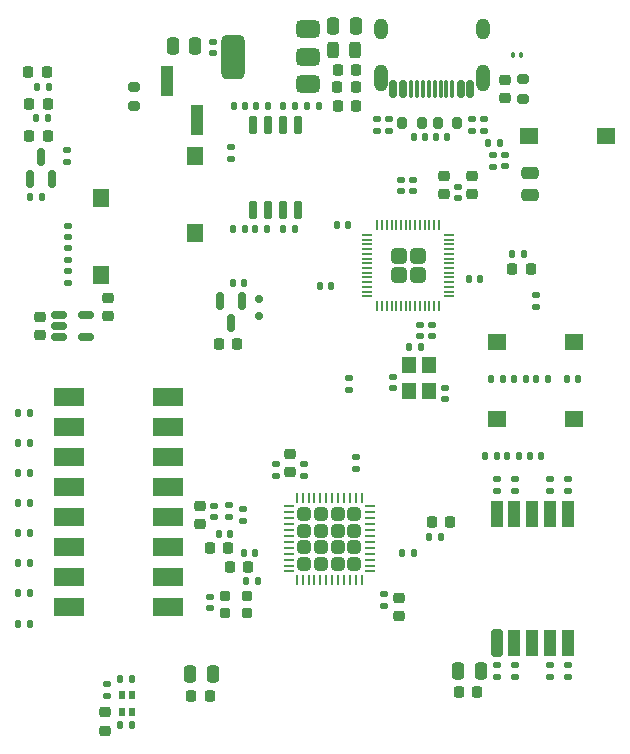
<source format=gbr>
%TF.GenerationSoftware,KiCad,Pcbnew,8.0.8-8.0.8-0~ubuntu24.04.1*%
%TF.CreationDate,2025-02-21T17:42:53-05:00*%
%TF.ProjectId,ChipigniteExplain,43686970-6967-46e6-9974-654578706c61,1.1*%
%TF.SameCoordinates,Original*%
%TF.FileFunction,Paste,Top*%
%TF.FilePolarity,Positive*%
%FSLAX46Y46*%
G04 Gerber Fmt 4.6, Leading zero omitted, Abs format (unit mm)*
G04 Created by KiCad (PCBNEW 8.0.8-8.0.8-0~ubuntu24.04.1) date 2025-02-21 17:42:53*
%MOMM*%
%LPD*%
G01*
G04 APERTURE LIST*
G04 Aperture macros list*
%AMRoundRect*
0 Rectangle with rounded corners*
0 $1 Rounding radius*
0 $2 $3 $4 $5 $6 $7 $8 $9 X,Y pos of 4 corners*
0 Add a 4 corners polygon primitive as box body*
4,1,4,$2,$3,$4,$5,$6,$7,$8,$9,$2,$3,0*
0 Add four circle primitives for the rounded corners*
1,1,$1+$1,$2,$3*
1,1,$1+$1,$4,$5*
1,1,$1+$1,$6,$7*
1,1,$1+$1,$8,$9*
0 Add four rect primitives between the rounded corners*
20,1,$1+$1,$2,$3,$4,$5,0*
20,1,$1+$1,$4,$5,$6,$7,0*
20,1,$1+$1,$6,$7,$8,$9,0*
20,1,$1+$1,$8,$9,$2,$3,0*%
G04 Aperture macros list end*
%ADD10RoundRect,0.135000X0.135000X0.185000X-0.135000X0.185000X-0.135000X-0.185000X0.135000X-0.185000X0*%
%ADD11RoundRect,0.375000X0.625000X0.375000X-0.625000X0.375000X-0.625000X-0.375000X0.625000X-0.375000X0*%
%ADD12RoundRect,0.500000X0.500000X1.400000X-0.500000X1.400000X-0.500000X-1.400000X0.500000X-1.400000X0*%
%ADD13RoundRect,0.135000X-0.185000X0.135000X-0.185000X-0.135000X0.185000X-0.135000X0.185000X0.135000X0*%
%ADD14RoundRect,0.140000X0.170000X-0.140000X0.170000X0.140000X-0.170000X0.140000X-0.170000X-0.140000X0*%
%ADD15RoundRect,0.135000X-0.135000X-0.185000X0.135000X-0.185000X0.135000X0.185000X-0.135000X0.185000X0*%
%ADD16RoundRect,0.135000X0.185000X-0.135000X0.185000X0.135000X-0.185000X0.135000X-0.185000X-0.135000X0*%
%ADD17R,1.400000X1.500000*%
%ADD18RoundRect,0.250000X-0.250000X-0.475000X0.250000X-0.475000X0.250000X0.475000X-0.250000X0.475000X0*%
%ADD19RoundRect,0.150000X-0.150000X0.587500X-0.150000X-0.587500X0.150000X-0.587500X0.150000X0.587500X0*%
%ADD20RoundRect,0.225000X0.225000X0.250000X-0.225000X0.250000X-0.225000X-0.250000X0.225000X-0.250000X0*%
%ADD21RoundRect,0.140000X-0.140000X-0.170000X0.140000X-0.170000X0.140000X0.170000X-0.140000X0.170000X0*%
%ADD22R,1.500000X1.400000*%
%ADD23RoundRect,0.225000X-0.225000X-0.250000X0.225000X-0.250000X0.225000X0.250000X-0.225000X0.250000X0*%
%ADD24RoundRect,0.150000X0.150000X-0.650000X0.150000X0.650000X-0.150000X0.650000X-0.150000X-0.650000X0*%
%ADD25RoundRect,0.150000X-0.200000X0.150000X-0.200000X-0.150000X0.200000X-0.150000X0.200000X0.150000X0*%
%ADD26RoundRect,0.140000X0.140000X0.170000X-0.140000X0.170000X-0.140000X-0.170000X0.140000X-0.170000X0*%
%ADD27R,0.550000X0.800000*%
%ADD28R,1.200000X1.400000*%
%ADD29RoundRect,0.249999X-0.395001X-0.395001X0.395001X-0.395001X0.395001X0.395001X-0.395001X0.395001X0*%
%ADD30RoundRect,0.050000X-0.387500X-0.050000X0.387500X-0.050000X0.387500X0.050000X-0.387500X0.050000X0*%
%ADD31RoundRect,0.050000X-0.050000X-0.387500X0.050000X-0.387500X0.050000X0.387500X-0.050000X0.387500X0*%
%ADD32RoundRect,0.225000X-0.250000X0.225000X-0.250000X-0.225000X0.250000X-0.225000X0.250000X0.225000X0*%
%ADD33RoundRect,0.150000X0.150000X-0.587500X0.150000X0.587500X-0.150000X0.587500X-0.150000X-0.587500X0*%
%ADD34RoundRect,0.225000X0.250000X-0.225000X0.250000X0.225000X-0.250000X0.225000X-0.250000X-0.225000X0*%
%ADD35RoundRect,0.200000X-0.275000X0.200000X-0.275000X-0.200000X0.275000X-0.200000X0.275000X0.200000X0*%
%ADD36RoundRect,0.150000X-0.512500X-0.150000X0.512500X-0.150000X0.512500X0.150000X-0.512500X0.150000X0*%
%ADD37RoundRect,0.218750X-0.218750X-0.256250X0.218750X-0.256250X0.218750X0.256250X-0.218750X0.256250X0*%
%ADD38RoundRect,0.200000X0.275000X-0.200000X0.275000X0.200000X-0.275000X0.200000X-0.275000X-0.200000X0*%
%ADD39RoundRect,0.140000X-0.170000X0.140000X-0.170000X-0.140000X0.170000X-0.140000X0.170000X0.140000X0*%
%ADD40RoundRect,0.200000X0.200000X0.275000X-0.200000X0.275000X-0.200000X-0.275000X0.200000X-0.275000X0*%
%ADD41RoundRect,0.150000X0.150000X0.575000X-0.150000X0.575000X-0.150000X-0.575000X0.150000X-0.575000X0*%
%ADD42RoundRect,0.075000X0.075000X0.650000X-0.075000X0.650000X-0.075000X-0.650000X0.075000X-0.650000X0*%
%ADD43O,1.200000X2.300000*%
%ADD44O,1.200000X1.800000*%
%ADD45RoundRect,0.243750X0.243750X0.456250X-0.243750X0.456250X-0.243750X-0.456250X0.243750X-0.456250X0*%
%ADD46RoundRect,0.218750X0.218750X0.256250X-0.218750X0.256250X-0.218750X-0.256250X0.218750X-0.256250X0*%
%ADD47RoundRect,0.250000X-0.475000X0.250000X-0.475000X-0.250000X0.475000X-0.250000X0.475000X0.250000X0*%
%ADD48RoundRect,0.200000X0.300000X-0.950000X0.300000X0.950000X-0.300000X0.950000X-0.300000X-0.950000X0*%
%ADD49R,1.000000X2.300000*%
%ADD50RoundRect,0.200000X-0.200000X-0.275000X0.200000X-0.275000X0.200000X0.275000X-0.200000X0.275000X0*%
%ADD51R,2.600000X1.550000*%
%ADD52RoundRect,0.200000X0.250000X-0.200000X0.250000X0.200000X-0.250000X0.200000X-0.250000X-0.200000X0*%
%ADD53RoundRect,0.075000X-0.075000X-0.175000X0.075000X-0.175000X0.075000X0.175000X-0.075000X0.175000X0*%
%ADD54RoundRect,0.250000X0.315000X0.315000X-0.315000X0.315000X-0.315000X-0.315000X0.315000X-0.315000X0*%
%ADD55RoundRect,0.062500X0.375000X0.062500X-0.375000X0.062500X-0.375000X-0.062500X0.375000X-0.062500X0*%
%ADD56RoundRect,0.062500X0.062500X0.375000X-0.062500X0.375000X-0.062500X-0.375000X0.062500X-0.375000X0*%
%ADD57R,1.000000X2.510000*%
G04 APERTURE END LIST*
D10*
%TO.C,R23*%
X92720000Y-60600000D03*
X91700000Y-60600000D03*
%TD*%
D11*
%TO.C,U1*%
X76700000Y-29100000D03*
X76700000Y-26800000D03*
D12*
X70400000Y-26800000D03*
D11*
X76700000Y-24500000D03*
%TD*%
D13*
%TO.C,R43*%
X98712157Y-62527843D03*
X98712157Y-63547843D03*
%TD*%
D14*
%TO.C,C11*%
X93400000Y-36080000D03*
X93400000Y-35120000D03*
%TD*%
D10*
%TO.C,R26*%
X61810000Y-79500000D03*
X60790000Y-79500000D03*
%TD*%
D15*
%TO.C,R36*%
X52190000Y-62085714D03*
X53210000Y-62085714D03*
%TD*%
D16*
%TO.C,R19*%
X80200000Y-55010000D03*
X80200000Y-53990000D03*
%TD*%
D17*
%TO.C,SW2*%
X67200000Y-35250000D03*
X67200000Y-41750000D03*
%TD*%
D18*
%TO.C,C3*%
X78850000Y-24200000D03*
X80750000Y-24200000D03*
%TD*%
D19*
%TO.C,D5*%
X71150000Y-47462500D03*
X69250000Y-47462500D03*
X70200000Y-49337500D03*
%TD*%
D10*
%TO.C,R22*%
X93260000Y-54100000D03*
X92240000Y-54100000D03*
%TD*%
D20*
%TO.C,C26*%
X70750000Y-51137500D03*
X69200000Y-51137500D03*
%TD*%
D21*
%TO.C,C8*%
X87570000Y-33640000D03*
X88530000Y-33640000D03*
%TD*%
D22*
%TO.C,SW3*%
X92750000Y-51000000D03*
X99250000Y-51000000D03*
%TD*%
D17*
%TO.C,SW5*%
X59200000Y-38750000D03*
X59200000Y-45250000D03*
%TD*%
D23*
%TO.C,C52*%
X89525000Y-80600000D03*
X91075000Y-80600000D03*
%TD*%
D24*
%TO.C,U5*%
X72045000Y-39800000D03*
X73315000Y-39800000D03*
X74585000Y-39800000D03*
X75855000Y-39800000D03*
X75855000Y-32600000D03*
X74585000Y-32600000D03*
X73315000Y-32600000D03*
X72045000Y-32600000D03*
%TD*%
D18*
%TO.C,C49*%
X89450000Y-78800000D03*
X91350000Y-78800000D03*
%TD*%
D10*
%TO.C,R27*%
X61810000Y-83350000D03*
X60790000Y-83350000D03*
%TD*%
D15*
%TO.C,R40*%
X52190000Y-72257142D03*
X53210000Y-72257142D03*
%TD*%
%TO.C,R14*%
X72240000Y-41400000D03*
X73260000Y-41400000D03*
%TD*%
D25*
%TO.C,D4*%
X72600000Y-48737500D03*
X72600000Y-47337500D03*
%TD*%
D16*
%TO.C,R44*%
X97212157Y-79357843D03*
X97212157Y-78337843D03*
%TD*%
D26*
%TO.C,C38*%
X70160000Y-67200000D03*
X69200000Y-67200000D03*
%TD*%
D14*
%TO.C,C21*%
X84600000Y-38180000D03*
X84600000Y-37220000D03*
%TD*%
D27*
%TO.C,D7*%
X60950000Y-80850000D03*
X61850000Y-80850000D03*
X61850000Y-82250000D03*
X60950000Y-82250000D03*
%TD*%
D28*
%TO.C,Y1*%
X85250000Y-52900000D03*
X85250000Y-55100000D03*
X86950000Y-55100000D03*
X86950000Y-52900000D03*
%TD*%
D16*
%TO.C,R29*%
X56400000Y-44010000D03*
X56400000Y-42990000D03*
%TD*%
D29*
%TO.C,U4*%
X84400000Y-43700000D03*
X84400000Y-45300000D03*
X86000000Y-43700000D03*
X86000000Y-45300000D03*
D30*
X81762500Y-41900000D03*
X81762500Y-42300000D03*
X81762500Y-42700000D03*
X81762500Y-43100000D03*
X81762500Y-43500000D03*
X81762500Y-43900000D03*
X81762500Y-44300000D03*
X81762500Y-44700000D03*
X81762500Y-45100000D03*
X81762500Y-45500000D03*
X81762500Y-45900000D03*
X81762500Y-46300000D03*
X81762500Y-46700000D03*
X81762500Y-47100000D03*
D31*
X82600000Y-47937500D03*
X83000000Y-47937500D03*
X83400000Y-47937500D03*
X83800000Y-47937500D03*
X84200000Y-47937500D03*
X84600000Y-47937500D03*
X85000000Y-47937500D03*
X85400000Y-47937500D03*
X85800000Y-47937500D03*
X86200000Y-47937500D03*
X86600000Y-47937500D03*
X87000000Y-47937500D03*
X87400000Y-47937500D03*
X87800000Y-47937500D03*
D30*
X88637500Y-47100000D03*
X88637500Y-46700000D03*
X88637500Y-46300000D03*
X88637500Y-45900000D03*
X88637500Y-45500000D03*
X88637500Y-45100000D03*
X88637500Y-44700000D03*
X88637500Y-44300000D03*
X88637500Y-43900000D03*
X88637500Y-43500000D03*
X88637500Y-43100000D03*
X88637500Y-42700000D03*
X88637500Y-42300000D03*
X88637500Y-41900000D03*
D31*
X87800000Y-41062500D03*
X87400000Y-41062500D03*
X87000000Y-41062500D03*
X86600000Y-41062500D03*
X86200000Y-41062500D03*
X85800000Y-41062500D03*
X85400000Y-41062500D03*
X85000000Y-41062500D03*
X84600000Y-41062500D03*
X84200000Y-41062500D03*
X83800000Y-41062500D03*
X83400000Y-41062500D03*
X83000000Y-41062500D03*
X82600000Y-41062500D03*
%TD*%
D15*
%TO.C,R37*%
X52190000Y-64628571D03*
X53210000Y-64628571D03*
%TD*%
D13*
%TO.C,R48*%
X92712157Y-62527843D03*
X92712157Y-63547843D03*
%TD*%
D22*
%TO.C,SW1*%
X95450000Y-33500000D03*
X101950000Y-33500000D03*
%TD*%
D32*
%TO.C,C35*%
X67600000Y-64825000D03*
X67600000Y-66375000D03*
%TD*%
D15*
%TO.C,R35*%
X52190000Y-59542857D03*
X53210000Y-59542857D03*
%TD*%
%TO.C,R41*%
X52190000Y-74800000D03*
X53210000Y-74800000D03*
%TD*%
D14*
%TO.C,C47*%
X56400000Y-42080000D03*
X56400000Y-41120000D03*
%TD*%
D33*
%TO.C,Q1*%
X53160000Y-37137500D03*
X55060000Y-37137500D03*
X54110000Y-35262500D03*
%TD*%
D13*
%TO.C,R4*%
X92400000Y-35090000D03*
X92400000Y-36110000D03*
%TD*%
D23*
%TO.C,C51*%
X66850000Y-80900000D03*
X68400000Y-80900000D03*
%TD*%
D14*
%TO.C,C29*%
X76400000Y-62280000D03*
X76400000Y-61320000D03*
%TD*%
D13*
%TO.C,R42*%
X97212157Y-62527843D03*
X97212157Y-63547843D03*
%TD*%
D34*
%TO.C,C13*%
X90650000Y-38475000D03*
X90650000Y-36925000D03*
%TD*%
D15*
%TO.C,R24*%
X71490000Y-71200000D03*
X72510000Y-71200000D03*
%TD*%
D20*
%TO.C,C39*%
X69975000Y-68400000D03*
X68425000Y-68400000D03*
%TD*%
D35*
%TO.C,R50*%
X62000000Y-29375000D03*
X62000000Y-31025000D03*
%TD*%
D15*
%TO.C,R21*%
X93600000Y-60600000D03*
X94620000Y-60600000D03*
%TD*%
D34*
%TO.C,C30*%
X75200000Y-61975000D03*
X75200000Y-60425000D03*
%TD*%
D36*
%TO.C,U6*%
X55662500Y-48650000D03*
X55662500Y-49600000D03*
X55662500Y-50550000D03*
X57937500Y-50550000D03*
X57937500Y-48650000D03*
%TD*%
D37*
%TO.C,D3*%
X94012500Y-44800000D03*
X95587500Y-44800000D03*
%TD*%
D15*
%TO.C,R20*%
X94140000Y-54100000D03*
X95160000Y-54100000D03*
%TD*%
D26*
%TO.C,C22*%
X80130000Y-41100000D03*
X79170000Y-41100000D03*
%TD*%
D38*
%TO.C,R3*%
X94890000Y-30365000D03*
X94890000Y-28715000D03*
%TD*%
D21*
%TO.C,C45*%
X95520000Y-60600000D03*
X96480000Y-60600000D03*
%TD*%
D16*
%TO.C,R49*%
X98712157Y-79357843D03*
X98712157Y-78337843D03*
%TD*%
D15*
%TO.C,R38*%
X52190000Y-67171428D03*
X53210000Y-67171428D03*
%TD*%
D37*
%TO.C,D9*%
X53022500Y-28100000D03*
X54597500Y-28100000D03*
%TD*%
D13*
%TO.C,R18*%
X80800000Y-60690000D03*
X80800000Y-61710000D03*
%TD*%
%TO.C,R2*%
X82550000Y-32090000D03*
X82550000Y-33110000D03*
%TD*%
D15*
%TO.C,R34*%
X52190000Y-57000000D03*
X53210000Y-57000000D03*
%TD*%
D16*
%TO.C,R46*%
X92712157Y-79357843D03*
X92712157Y-78337843D03*
%TD*%
%TO.C,R33*%
X56310000Y-35710000D03*
X56310000Y-34690000D03*
%TD*%
D13*
%TO.C,R1*%
X90650000Y-32090000D03*
X90650000Y-33110000D03*
%TD*%
D39*
%TO.C,C14*%
X83900000Y-53920000D03*
X83900000Y-54880000D03*
%TD*%
D40*
%TO.C,D1*%
X89375000Y-32440000D03*
X87725000Y-32440000D03*
%TD*%
D13*
%TO.C,R47*%
X94212157Y-62527843D03*
X94212157Y-63547843D03*
%TD*%
D39*
%TO.C,C19*%
X86200000Y-49520000D03*
X86200000Y-50480000D03*
%TD*%
D32*
%TO.C,C32*%
X84400000Y-72625000D03*
X84400000Y-74175000D03*
%TD*%
D10*
%TO.C,R32*%
X54220000Y-38662500D03*
X53200000Y-38662500D03*
%TD*%
D39*
%TO.C,C15*%
X88300000Y-54820000D03*
X88300000Y-55780000D03*
%TD*%
D34*
%TO.C,C34*%
X59800000Y-48775000D03*
X59800000Y-47225000D03*
%TD*%
D32*
%TO.C,C46*%
X59550000Y-82325000D03*
X59550000Y-83875000D03*
%TD*%
D14*
%TO.C,C5*%
X68650000Y-26500000D03*
X68650000Y-25540000D03*
%TD*%
D16*
%TO.C,R9*%
X96000000Y-48010000D03*
X96000000Y-46990000D03*
%TD*%
D15*
%TO.C,R8*%
X94002500Y-43500000D03*
X95022500Y-43500000D03*
%TD*%
D37*
%TO.C,D8*%
X53122500Y-33500000D03*
X54697500Y-33500000D03*
%TD*%
D39*
%TO.C,C40*%
X71200000Y-65120000D03*
X71200000Y-66080000D03*
%TD*%
D15*
%TO.C,R5*%
X70340000Y-41400000D03*
X71360000Y-41400000D03*
%TD*%
D41*
%TO.C,J4*%
X90450000Y-29545000D03*
X89650000Y-29545000D03*
D42*
X88450000Y-29545000D03*
X87450000Y-29545000D03*
X86950000Y-29545000D03*
X85950000Y-29545000D03*
D41*
X84750000Y-29545000D03*
X83950000Y-29545000D03*
X83950000Y-29545000D03*
X84750000Y-29545000D03*
D42*
X85450000Y-29545000D03*
X86450000Y-29545000D03*
X87950000Y-29545000D03*
X88950000Y-29545000D03*
D41*
X89650000Y-29545000D03*
X90450000Y-29545000D03*
D43*
X91520000Y-28630000D03*
D44*
X91520000Y-24450000D03*
D43*
X82880000Y-28630000D03*
D44*
X82880000Y-24450000D03*
%TD*%
D39*
%TO.C,C6*%
X91650000Y-32120000D03*
X91650000Y-33080000D03*
%TD*%
D22*
%TO.C,SW4*%
X92750000Y-57500000D03*
X99250000Y-57500000D03*
%TD*%
D18*
%TO.C,C4*%
X65300000Y-25900000D03*
X67200000Y-25900000D03*
%TD*%
D21*
%TO.C,C24*%
X90370000Y-45600000D03*
X91330000Y-45600000D03*
%TD*%
D26*
%TO.C,C25*%
X71300000Y-45937500D03*
X70340000Y-45937500D03*
%TD*%
D45*
%TO.C,F1*%
X80737500Y-26200000D03*
X78862500Y-26200000D03*
%TD*%
D46*
%TO.C,D6*%
X88787500Y-66200000D03*
X87212500Y-66200000D03*
%TD*%
D23*
%TO.C,C1*%
X79225000Y-27900000D03*
X80775000Y-27900000D03*
%TD*%
D14*
%TO.C,C23*%
X89450000Y-38780000D03*
X89450000Y-37820000D03*
%TD*%
D10*
%TO.C,R16*%
X88000000Y-67500000D03*
X86980000Y-67500000D03*
%TD*%
D32*
%TO.C,C33*%
X54000000Y-48825000D03*
X54000000Y-50375000D03*
%TD*%
D10*
%TO.C,R6*%
X92960000Y-34100000D03*
X91940000Y-34100000D03*
%TD*%
D47*
%TO.C,C50*%
X95500000Y-36650000D03*
X95500000Y-38550000D03*
%TD*%
D15*
%TO.C,R39*%
X52190000Y-69714285D03*
X53210000Y-69714285D03*
%TD*%
D26*
%TO.C,C37*%
X99580000Y-54100000D03*
X98620000Y-54100000D03*
%TD*%
D39*
%TO.C,C43*%
X68400000Y-72520000D03*
X68400000Y-73480000D03*
%TD*%
D48*
%TO.C,U3*%
X92700000Y-76450000D03*
D49*
X94200000Y-76450000D03*
X95700000Y-76450000D03*
X97200000Y-76450000D03*
X98700000Y-76450000D03*
X98700000Y-65550000D03*
X97200000Y-65550000D03*
X95700000Y-65550000D03*
X94200000Y-65550000D03*
X92700000Y-65550000D03*
%TD*%
D21*
%TO.C,C44*%
X96070000Y-54100000D03*
X97030000Y-54100000D03*
%TD*%
D50*
%TO.C,D2*%
X84725000Y-32440000D03*
X86375000Y-32440000D03*
%TD*%
D16*
%TO.C,R45*%
X94212157Y-79357843D03*
X94212157Y-78337843D03*
%TD*%
D39*
%TO.C,C20*%
X87200000Y-49520000D03*
X87200000Y-50480000D03*
%TD*%
D16*
%TO.C,R28*%
X56400000Y-46010000D03*
X56400000Y-44990000D03*
%TD*%
D34*
%TO.C,C10*%
X93390000Y-30315000D03*
X93390000Y-28765000D03*
%TD*%
D16*
%TO.C,R17*%
X70000000Y-65810000D03*
X70000000Y-64790000D03*
%TD*%
D10*
%TO.C,R11*%
X75660000Y-41400000D03*
X74640000Y-41400000D03*
%TD*%
D15*
%TO.C,R31*%
X53690000Y-32000000D03*
X54710000Y-32000000D03*
%TD*%
D26*
%TO.C,C9*%
X86650000Y-33640000D03*
X85690000Y-33640000D03*
%TD*%
D51*
%TO.C,SW6*%
X56500000Y-55610000D03*
X56500000Y-58150000D03*
X56500000Y-60690000D03*
X56500000Y-63230000D03*
X56500000Y-65770000D03*
X56500000Y-68310000D03*
X56500000Y-70850000D03*
X56500000Y-73390000D03*
X64900000Y-73390000D03*
X64900000Y-70850000D03*
X64900000Y-68310000D03*
X64900000Y-65770000D03*
X64900000Y-63230000D03*
X64900000Y-60690000D03*
X64900000Y-58150000D03*
X64900000Y-55610000D03*
%TD*%
D52*
%TO.C,X1*%
X69675000Y-73885000D03*
X71525000Y-73885000D03*
X71525000Y-72435000D03*
X69675000Y-72435000D03*
%TD*%
D10*
%TO.C,R10*%
X86310000Y-51400000D03*
X85290000Y-51400000D03*
%TD*%
D16*
%TO.C,R7*%
X70250000Y-35510000D03*
X70250000Y-34490000D03*
%TD*%
D21*
%TO.C,C16*%
X70470000Y-31000000D03*
X71430000Y-31000000D03*
%TD*%
D32*
%TO.C,C12*%
X88250000Y-36925000D03*
X88250000Y-38475000D03*
%TD*%
D14*
%TO.C,C18*%
X85600000Y-38180000D03*
X85600000Y-37220000D03*
%TD*%
D23*
%TO.C,C2*%
X79225000Y-31000000D03*
X80775000Y-31000000D03*
%TD*%
D39*
%TO.C,C7*%
X83550000Y-32120000D03*
X83550000Y-33080000D03*
%TD*%
D26*
%TO.C,C27*%
X72280000Y-68800000D03*
X71320000Y-68800000D03*
%TD*%
D53*
%TO.C,U2*%
X94050000Y-26700000D03*
X94750000Y-26700000D03*
%TD*%
D26*
%TO.C,C17*%
X78680000Y-46200000D03*
X77720000Y-46200000D03*
%TD*%
D18*
%TO.C,C48*%
X66750000Y-79100000D03*
X68650000Y-79100000D03*
%TD*%
D14*
%TO.C,C42*%
X74000000Y-62280000D03*
X74000000Y-61320000D03*
%TD*%
D37*
%TO.C,D10*%
X53112500Y-30800000D03*
X54687500Y-30800000D03*
%TD*%
D54*
%TO.C,U7*%
X80625000Y-69740000D03*
X80625000Y-68340000D03*
X80625000Y-66940000D03*
X80625000Y-65540000D03*
X79225000Y-69740000D03*
X79225000Y-68340000D03*
X79225000Y-66940000D03*
X79225000Y-65540000D03*
X77825000Y-69740000D03*
X77825000Y-68340000D03*
X77825000Y-66940000D03*
X77825000Y-65540000D03*
X76425000Y-69740000D03*
X76425000Y-68340000D03*
X76425000Y-66940000D03*
X76425000Y-65540000D03*
D55*
X81962500Y-70390000D03*
X81962500Y-69890000D03*
X81962500Y-69390000D03*
X81962500Y-68890000D03*
X81962500Y-68390000D03*
X81962500Y-67890000D03*
X81962500Y-67390000D03*
X81962500Y-66890000D03*
X81962500Y-66390000D03*
X81962500Y-65890000D03*
X81962500Y-65390000D03*
X81962500Y-64890000D03*
D56*
X81275000Y-64202500D03*
X80775000Y-64202500D03*
X80275000Y-64202500D03*
X79775000Y-64202500D03*
X79275000Y-64202500D03*
X78775000Y-64202500D03*
X78275000Y-64202500D03*
X77775000Y-64202500D03*
X77275000Y-64202500D03*
X76775000Y-64202500D03*
X76275000Y-64202500D03*
X75775000Y-64202500D03*
D55*
X75087500Y-64890000D03*
X75087500Y-65390000D03*
X75087500Y-65890000D03*
X75087500Y-66390000D03*
X75087500Y-66890000D03*
X75087500Y-67390000D03*
X75087500Y-67890000D03*
X75087500Y-68390000D03*
X75087500Y-68890000D03*
X75087500Y-69390000D03*
X75087500Y-69890000D03*
X75087500Y-70390000D03*
D56*
X75775000Y-71077500D03*
X76275000Y-71077500D03*
X76775000Y-71077500D03*
X77275000Y-71077500D03*
X77775000Y-71077500D03*
X78275000Y-71077500D03*
X78775000Y-71077500D03*
X79275000Y-71077500D03*
X79775000Y-71077500D03*
X80275000Y-71077500D03*
X80775000Y-71077500D03*
X81275000Y-71077500D03*
%TD*%
D21*
%TO.C,C41*%
X84720000Y-68800000D03*
X85680000Y-68800000D03*
%TD*%
D10*
%TO.C,R13*%
X77660000Y-31000000D03*
X76640000Y-31000000D03*
%TD*%
D39*
%TO.C,C36*%
X68800000Y-64820000D03*
X68800000Y-65780000D03*
%TD*%
D15*
%TO.C,R12*%
X72340000Y-31000000D03*
X73360000Y-31000000D03*
%TD*%
D57*
%TO.C,J2*%
X64780000Y-28845000D03*
X67320000Y-32155000D03*
%TD*%
D20*
%TO.C,C28*%
X71675000Y-70000000D03*
X70125000Y-70000000D03*
%TD*%
D46*
%TO.C,FB1*%
X80787500Y-29400000D03*
X79212500Y-29400000D03*
%TD*%
D10*
%TO.C,R15*%
X75660000Y-31000000D03*
X74640000Y-31000000D03*
%TD*%
%TO.C,R30*%
X54820000Y-29400000D03*
X53800000Y-29400000D03*
%TD*%
D16*
%TO.C,R25*%
X59700000Y-80910000D03*
X59700000Y-79890000D03*
%TD*%
D39*
%TO.C,C31*%
X83200000Y-72320000D03*
X83200000Y-73280000D03*
%TD*%
M02*

</source>
